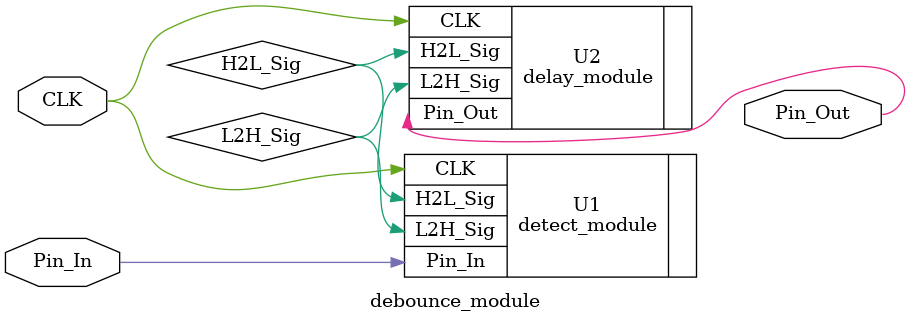
<source format=v>
module debounce_module(
	input CLK,
	input Pin_In,
	output Pin_Out
);

wire H2L_Sig;
wire L2H_Sig;

detect_module U1
(
	.CLK( CLK ),
	.Pin_In( Pin_In ),   // input - from top
	.H2L_Sig( H2L_Sig ), // output - to U2
	.L2H_Sig( L2H_Sig )  // output - to U2
);

/**************************/

delay_module U2
(
	.CLK( CLK ),
	.H2L_Sig( H2L_Sig ), // input - from U1
	.L2H_Sig( L2H_Sig ), // input - from U1
	.Pin_Out( Pin_Out )  // output - to top
);

/*******************************/

endmodule
</source>
